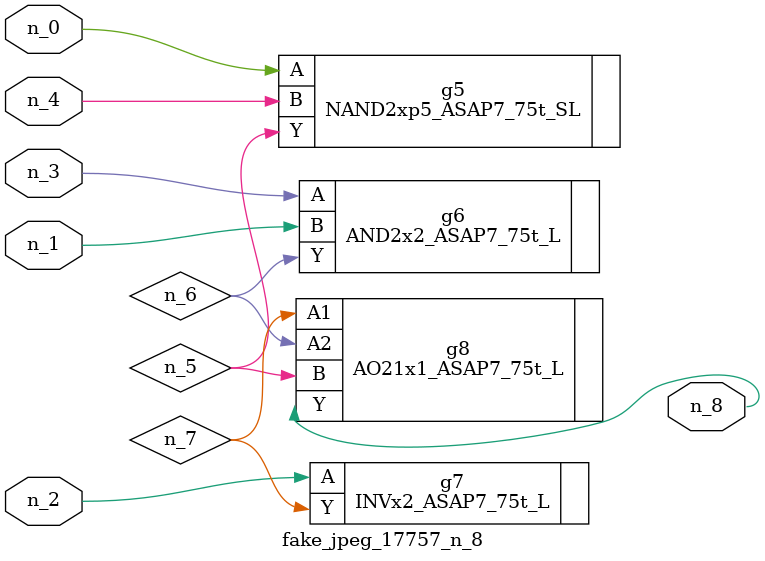
<source format=v>
module fake_jpeg_17757_n_8 (n_3, n_2, n_1, n_0, n_4, n_8);

input n_3;
input n_2;
input n_1;
input n_0;
input n_4;

output n_8;

wire n_6;
wire n_5;
wire n_7;

NAND2xp5_ASAP7_75t_SL g5 ( 
.A(n_0),
.B(n_4),
.Y(n_5)
);

AND2x2_ASAP7_75t_L g6 ( 
.A(n_3),
.B(n_1),
.Y(n_6)
);

INVx2_ASAP7_75t_L g7 ( 
.A(n_2),
.Y(n_7)
);

AO21x1_ASAP7_75t_L g8 ( 
.A1(n_7),
.A2(n_6),
.B(n_5),
.Y(n_8)
);


endmodule
</source>
